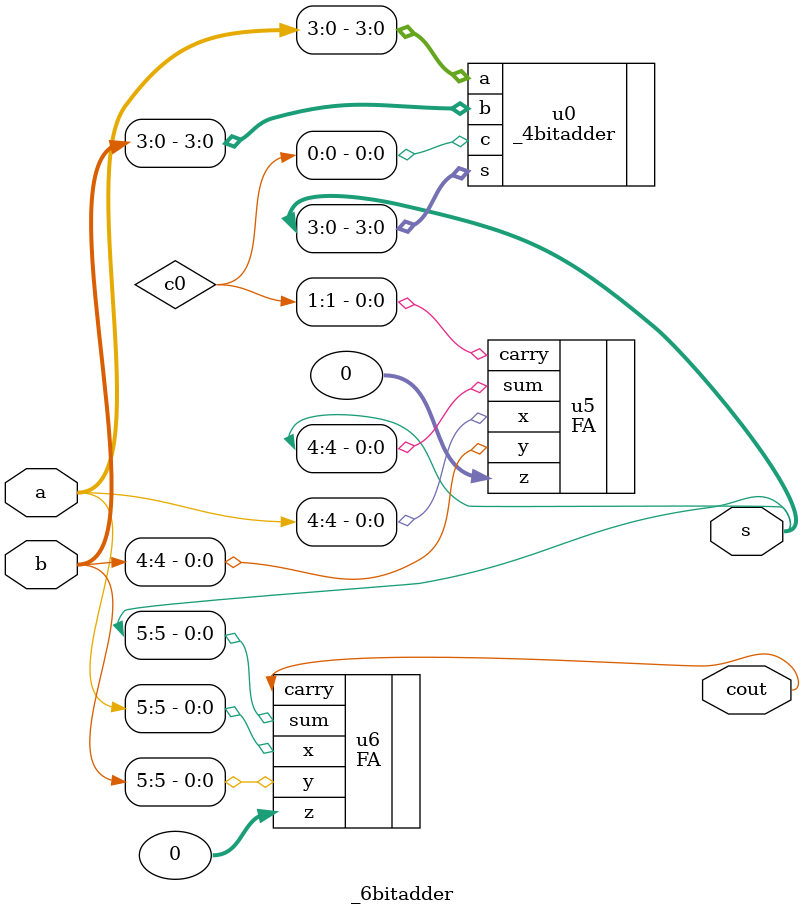
<source format=v>
`timescale 1ns / 1ps


module _6bitadder(
    input [5:0]a,
    input [5:0]b,
    output [5:0]s,
    output cout
    );
    wire [1:0]c0;
    _4bitadder u0(.a(a[3:0]),.b(b[3:0]),.s(s[3:0]),.c(c0[0]));
    FA u5(.x(a[4]),.y(b[4]),.z(0),.sum(s[4]),.carry(c0[1]));
    FA u6(.x(a[5]),.y(b[5]),.z(0),.sum(s[5]),.carry(cout));
endmodule

</source>
